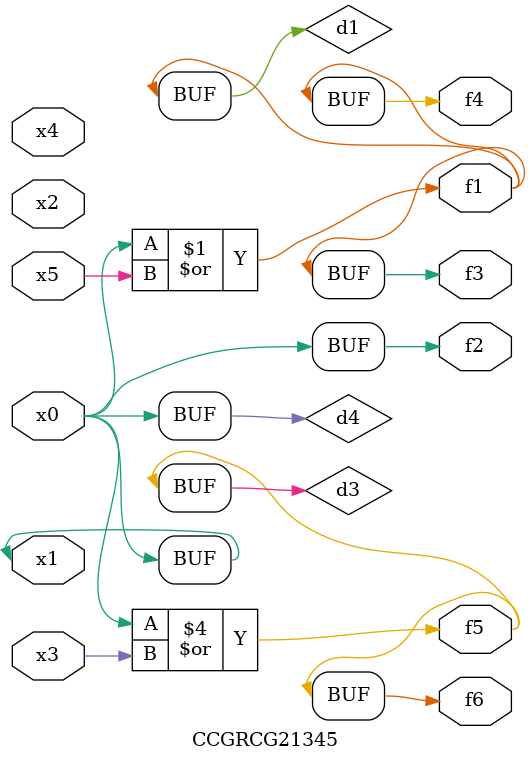
<source format=v>
module CCGRCG21345(
	input x0, x1, x2, x3, x4, x5,
	output f1, f2, f3, f4, f5, f6
);

	wire d1, d2, d3, d4;

	or (d1, x0, x5);
	xnor (d2, x1, x4);
	or (d3, x0, x3);
	buf (d4, x0, x1);
	assign f1 = d1;
	assign f2 = d4;
	assign f3 = d1;
	assign f4 = d1;
	assign f5 = d3;
	assign f6 = d3;
endmodule

</source>
